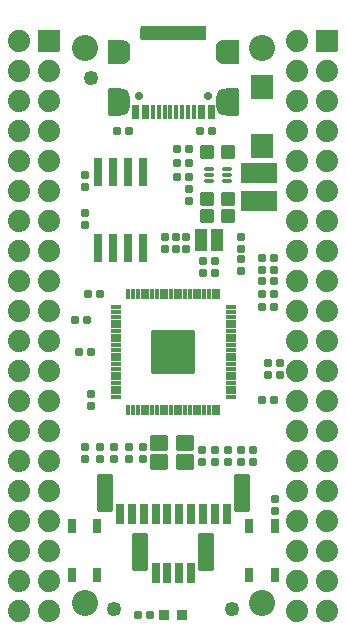
<source format=gbr>
%TF.GenerationSoftware,KiCad,Pcbnew,7.0.11-7.0.11~ubuntu22.04.1*%
%TF.CreationDate,2024-12-17T16:05:18+02:00*%
%TF.ProjectId,RP2350-PICO2-XXL_Rev_A,52503233-3530-42d5-9049-434f322d5858,A*%
%TF.SameCoordinates,PX81b3200PY6e263e0*%
%TF.FileFunction,Soldermask,Top*%
%TF.FilePolarity,Negative*%
%FSLAX46Y46*%
G04 Gerber Fmt 4.6, Leading zero omitted, Abs format (unit mm)*
G04 Created by KiCad (PCBNEW 7.0.11-7.0.11~ubuntu22.04.1) date 2024-12-17 16:05:18*
%MOMM*%
%LPD*%
G01*
G04 APERTURE LIST*
G04 Aperture macros list*
%AMRoundRect*
0 Rectangle with rounded corners*
0 $1 Rounding radius*
0 $2 $3 $4 $5 $6 $7 $8 $9 X,Y pos of 4 corners*
0 Add a 4 corners polygon primitive as box body*
4,1,4,$2,$3,$4,$5,$6,$7,$8,$9,$2,$3,0*
0 Add four circle primitives for the rounded corners*
1,1,$1+$1,$2,$3*
1,1,$1+$1,$4,$5*
1,1,$1+$1,$6,$7*
1,1,$1+$1,$8,$9*
0 Add four rect primitives between the rounded corners*
20,1,$1+$1,$2,$3,$4,$5,0*
20,1,$1+$1,$4,$5,$6,$7,0*
20,1,$1+$1,$6,$7,$8,$9,0*
20,1,$1+$1,$8,$9,$2,$3,0*%
G04 Aperture macros list end*
%ADD10C,1.254000*%
%ADD11RoundRect,0.050800X-0.400000X-0.400000X0.400000X-0.400000X0.400000X0.400000X-0.400000X0.400000X0*%
%ADD12C,2.201600*%
%ADD13RoundRect,0.050800X-0.250000X-0.275000X0.250000X-0.275000X0.250000X0.275000X-0.250000X0.275000X0*%
%ADD14RoundRect,0.050800X0.250000X0.275000X-0.250000X0.275000X-0.250000X-0.275000X0.250000X-0.275000X0*%
%ADD15RoundRect,0.050800X0.275000X-0.250000X0.275000X0.250000X-0.275000X0.250000X-0.275000X-0.250000X0*%
%ADD16RoundRect,0.050800X-0.275000X0.250000X-0.275000X-0.250000X0.275000X-0.250000X0.275000X0.250000X0*%
%ADD17RoundRect,0.050800X0.850000X-1.000000X0.850000X1.000000X-0.850000X1.000000X-0.850000X-1.000000X0*%
%ADD18RoundRect,0.050800X-0.325000X0.525000X-0.325000X-0.525000X0.325000X-0.525000X0.325000X0.525000X0*%
%ADD19RoundRect,0.050800X-0.600000X-1.550000X0.600000X-1.550000X0.600000X1.550000X-0.600000X1.550000X0*%
%ADD20RoundRect,0.050800X-0.300000X-0.775000X0.300000X-0.775000X0.300000X0.775000X-0.300000X0.775000X0*%
%ADD21RoundRect,0.050800X-0.300000X0.525000X-0.300000X-0.525000X0.300000X-0.525000X0.300000X0.525000X0*%
%ADD22C,0.701600*%
%ADD23RoundRect,0.050800X0.550000X1.100000X-0.550000X1.100000X-0.550000X-1.100000X0.550000X-1.100000X0*%
%ADD24O,1.301600X2.301600*%
%ADD25RoundRect,0.050800X0.550000X1.000000X-0.550000X1.000000X-0.550000X-1.000000X0.550000X-1.000000X0*%
%ADD26O,1.401600X2.101600*%
%ADD27RoundRect,0.050800X0.150000X0.575000X-0.150000X0.575000X-0.150000X-0.575000X0.150000X-0.575000X0*%
%ADD28RoundRect,0.050800X0.125000X0.575000X-0.125000X0.575000X-0.125000X-0.575000X0.125000X-0.575000X0*%
%ADD29RoundRect,0.050800X-0.450000X-0.900000X0.450000X-0.900000X0.450000X0.900000X-0.450000X0.900000X0*%
%ADD30RoundRect,0.050800X0.700000X0.600000X-0.700000X0.600000X-0.700000X-0.600000X0.700000X-0.600000X0*%
%ADD31RoundRect,0.050800X0.508000X0.508000X-0.508000X0.508000X-0.508000X-0.508000X0.508000X-0.508000X0*%
%ADD32RoundRect,0.050800X-0.390000X-0.100000X0.390000X-0.100000X0.390000X0.100000X-0.390000X0.100000X0*%
%ADD33RoundRect,0.050800X-0.390000X0.100000X-0.390000X-0.100000X0.390000X-0.100000X0.390000X0.100000X0*%
%ADD34RoundRect,0.050800X-0.100000X-0.390000X0.100000X-0.390000X0.100000X0.390000X-0.100000X0.390000X0*%
%ADD35RoundRect,0.050800X-0.100000X0.390000X-0.100000X-0.390000X0.100000X-0.390000X0.100000X0.390000X0*%
%ADD36RoundRect,0.050800X0.100000X-0.390000X0.100000X0.390000X-0.100000X0.390000X-0.100000X-0.390000X0*%
%ADD37C,1.901600*%
%ADD38RoundRect,0.050800X-1.800000X-1.800000X1.800000X-1.800000X1.800000X1.800000X-1.800000X1.800000X0*%
%ADD39RoundRect,0.050800X-1.500000X0.800000X-1.500000X-0.800000X1.500000X-0.800000X1.500000X0.800000X0*%
%ADD40RoundRect,0.050800X0.350000X0.125000X-0.350000X0.125000X-0.350000X-0.125000X0.350000X-0.125000X0*%
%ADD41RoundRect,0.050800X-0.300000X-1.100000X0.300000X-1.100000X0.300000X1.100000X-0.300000X1.100000X0*%
%ADD42RoundRect,0.050800X-0.889000X0.889000X-0.889000X-0.889000X0.889000X-0.889000X0.889000X0.889000X0*%
%ADD43C,1.879600*%
G04 APERTURE END LIST*
D10*
%TO.C,FID1*%
X9450000Y1500000D03*
%TD*%
D11*
%TO.C,LED1*%
X15262000Y1000000D03*
X13738000Y1000000D03*
%TD*%
D10*
%TO.C,FID3*%
X7500000Y46500000D03*
%TD*%
%TO.C,FID2*%
X19500000Y1500000D03*
%TD*%
D12*
%TO.C,MH1*%
X7000000Y2000000D03*
%TD*%
%TO.C,MH2*%
X22000000Y2000000D03*
%TD*%
D13*
%TO.C,R10*%
X17758000Y42000000D03*
D14*
X16742000Y42000000D03*
%TD*%
D15*
%TO.C,R7*%
X14700000Y33008000D03*
D16*
X14700000Y31992000D03*
%TD*%
D17*
%TO.C,D1*%
X22000000Y40750000D03*
X22000000Y45750000D03*
%TD*%
D15*
%TO.C,R6*%
X15600000Y33008000D03*
D16*
X15600000Y31992000D03*
%TD*%
D15*
%TO.C,R18*%
X8250000Y15258000D03*
D16*
X8250000Y14242000D03*
%TD*%
D15*
%TO.C,R17*%
X7000000Y15258000D03*
D16*
X7000000Y14242000D03*
%TD*%
D18*
%TO.C,RST1*%
X8075000Y8575000D03*
X8075000Y4425000D03*
X5925000Y8575000D03*
X5925000Y4425000D03*
%TD*%
D14*
%TO.C,R5*%
X9742000Y42000000D03*
D13*
X10758000Y42000000D03*
%TD*%
D14*
%TO.C,R12*%
X14792000Y40500000D03*
D13*
X15808000Y40500000D03*
%TD*%
%TO.C,R8*%
X23008000Y28150000D03*
D14*
X21992000Y28150000D03*
%TD*%
%TO.C,R4*%
X21992000Y29250000D03*
D13*
X23008000Y29250000D03*
%TD*%
D19*
%TO.C,pUEXT1*%
X8700000Y11350000D03*
X20300000Y11350000D03*
D20*
X10000000Y9575000D03*
X11000000Y9575000D03*
X12000000Y9575000D03*
X13000000Y9575000D03*
X14000000Y9575000D03*
X15000000Y9575000D03*
X16000000Y9575000D03*
X17000000Y9575000D03*
X18000000Y9575000D03*
X19000000Y9575000D03*
%TD*%
D18*
%TO.C,BOOT1*%
X23075000Y8575000D03*
X23075000Y4425000D03*
D21*
X20925000Y8575000D03*
D18*
X20925000Y4425000D03*
%TD*%
D13*
%TO.C,R15*%
X12508000Y1000000D03*
D14*
X11492000Y1000000D03*
%TD*%
D22*
%TO.C,USB-C1*%
X11610000Y44970000D03*
X17390000Y44970000D03*
D23*
X9572400Y44470000D03*
D24*
X10180000Y44470000D03*
X18820000Y44470000D03*
D23*
X19427600Y44470000D03*
D25*
X9572400Y48650000D03*
D26*
X10180000Y48650000D03*
X18820000Y48650000D03*
D25*
X19427600Y48650000D03*
D27*
X17825000Y43568000D03*
X17025000Y43568000D03*
D28*
X15750000Y43568000D03*
X14750000Y43568000D03*
X14250000Y43568000D03*
X13250000Y43568000D03*
D27*
X11975000Y43568000D03*
X11175000Y43568000D03*
X11425000Y43568000D03*
X12225000Y43568000D03*
D28*
X12750000Y43568000D03*
X13750000Y43568000D03*
X15250000Y43568000D03*
X16250000Y43568000D03*
D27*
X16775000Y43568000D03*
X17575000Y43568000D03*
%TD*%
D13*
%TO.C,C10*%
X8258000Y28200000D03*
D14*
X7242000Y28200000D03*
%TD*%
D15*
%TO.C,C4*%
X7500000Y19708000D03*
D16*
X7500000Y18692000D03*
%TD*%
D13*
%TO.C,R13*%
X15808000Y38100000D03*
D14*
X14792000Y38100000D03*
%TD*%
%TO.C,C17*%
X22492000Y22375000D03*
D13*
X23508000Y22375000D03*
%TD*%
D14*
%TO.C,C9*%
X21992000Y30250000D03*
D13*
X23008000Y30250000D03*
%TD*%
D14*
%TO.C,C14*%
X16992000Y31000000D03*
D13*
X18008000Y31000000D03*
%TD*%
D15*
%TO.C,C16*%
X19100000Y15008000D03*
D16*
X19100000Y13992000D03*
%TD*%
%TO.C,C11*%
X13800000Y31992000D03*
D15*
X13800000Y33008000D03*
%TD*%
D12*
%TO.C,MH3*%
X7000000Y49000000D03*
%TD*%
D15*
%TO.C,R3*%
X20250000Y33008000D03*
D16*
X20250000Y31992000D03*
%TD*%
D13*
%TO.C,C3*%
X7208000Y26000000D03*
D14*
X6192000Y26000000D03*
%TD*%
D13*
%TO.C,C23*%
X15808000Y39250000D03*
D14*
X14792000Y39250000D03*
%TD*%
D29*
%TO.C,L1*%
X16800000Y32750000D03*
X18200000Y32750000D03*
%TD*%
D15*
%TO.C,C18*%
X20250000Y31108000D03*
D16*
X20250000Y30092000D03*
%TD*%
%TO.C,R2*%
X21200000Y13992000D03*
D15*
X21200000Y15008000D03*
%TD*%
D30*
%TO.C,Q1*%
X15500000Y15550000D03*
X13300000Y13950000D03*
X15500000Y13950000D03*
X13300000Y15550000D03*
%TD*%
D12*
%TO.C,MH4*%
X22000000Y49000000D03*
%TD*%
D14*
%TO.C,C8*%
X22492000Y21300000D03*
D13*
X23508000Y21300000D03*
%TD*%
D16*
%TO.C,C21*%
X11900000Y14242000D03*
D15*
X11900000Y15258000D03*
%TD*%
D14*
%TO.C,C19*%
X21992000Y27100000D03*
D13*
X23008000Y27100000D03*
%TD*%
D31*
%TO.C,C22*%
X19125000Y40250000D03*
X17347000Y40250000D03*
%TD*%
D15*
%TO.C,C2*%
X20200000Y15008000D03*
D16*
X20200000Y13992000D03*
%TD*%
D14*
%TO.C,C12*%
X21992000Y31250000D03*
D13*
X23008000Y31250000D03*
%TD*%
D14*
%TO.C,C13*%
X16992000Y30000000D03*
D13*
X18008000Y30000000D03*
%TD*%
D32*
%TO.C,U3*%
X9603500Y27050000D03*
X9603500Y26650000D03*
X9603500Y26250000D03*
X9603500Y25850000D03*
X9603500Y25450000D03*
X9603500Y25050000D03*
X9603500Y24650000D03*
X9603500Y24250000D03*
X9603500Y23850000D03*
X9603500Y23450000D03*
X9603500Y23050000D03*
X9603500Y22650000D03*
X9603500Y22250000D03*
X9603500Y21850000D03*
X9603500Y21450000D03*
D33*
X9603500Y21050000D03*
X9603500Y20650000D03*
X9603500Y20250000D03*
X9603500Y19850000D03*
X9603500Y19450000D03*
D34*
X10700000Y18353500D03*
X11100000Y18353500D03*
X11500000Y18353500D03*
X11900000Y18353500D03*
X12300000Y18353500D03*
X12700000Y18353500D03*
X13100000Y18353500D03*
X13500000Y18353500D03*
X13900000Y18353500D03*
X14300000Y18353500D03*
D35*
X14700000Y18353500D03*
X15100000Y18353500D03*
X15500000Y18353500D03*
X15900000Y18353500D03*
X16300000Y18353500D03*
X16700000Y18353500D03*
X17100000Y18353500D03*
X17500000Y18353500D03*
X17900000Y18353500D03*
X18300000Y18353500D03*
D32*
X19396500Y19450000D03*
X19396500Y19850000D03*
X19396500Y20250000D03*
X19396500Y20650000D03*
X19396500Y21050000D03*
D33*
X19396500Y21450000D03*
X19396500Y21850000D03*
X19396500Y22250000D03*
X19396500Y22650000D03*
X19396500Y23050000D03*
X19396500Y23450000D03*
X19396500Y23850000D03*
X19396500Y24250000D03*
X19396500Y24650000D03*
X19396500Y25050000D03*
X19396500Y25450000D03*
X19396500Y25850000D03*
X19396500Y26250000D03*
X19396500Y26650000D03*
X19396500Y27050000D03*
D36*
X18300000Y28146500D03*
X17900000Y28146500D03*
X17500000Y28146500D03*
X17100000Y28146500D03*
X16700000Y28146500D03*
D34*
X16300000Y28146500D03*
X15900000Y28146500D03*
X15500000Y28146500D03*
X15100000Y28146500D03*
X14700000Y28146500D03*
X14300000Y28146500D03*
X13900000Y28146500D03*
X13500000Y28146500D03*
X13100000Y28146500D03*
X12700000Y28146500D03*
X12300000Y28146500D03*
X11900000Y28146500D03*
X11500000Y28146500D03*
X11100000Y28146500D03*
X10700000Y28146500D03*
D37*
X14500000Y23250000D03*
D38*
X14500000Y23250000D03*
%TD*%
D39*
%TO.C,L2*%
X21750000Y36050000D03*
X21750000Y38450000D03*
%TD*%
D14*
%TO.C,C7*%
X21992000Y19250000D03*
D13*
X23008000Y19250000D03*
%TD*%
D40*
%TO.C,U2*%
X19000000Y37750000D03*
X19000000Y38250000D03*
X19000000Y38750000D03*
X17500000Y38750000D03*
X17500000Y38250000D03*
X17500000Y37750000D03*
%TD*%
D15*
%TO.C,C20*%
X16900000Y15008000D03*
D16*
X16900000Y13992000D03*
%TD*%
D31*
%TO.C,C24*%
X19139000Y36250000D03*
X17361000Y36250000D03*
%TD*%
D15*
%TO.C,R11*%
X23100000Y10808000D03*
D16*
X23100000Y9792000D03*
%TD*%
D15*
%TO.C,R1*%
X7000000Y35008000D03*
D16*
X7000000Y33992000D03*
%TD*%
%TO.C,C1*%
X7000000Y37242000D03*
D15*
X7000000Y38258000D03*
%TD*%
D41*
%TO.C,U1*%
X8085000Y32085000D03*
X9355000Y32085000D03*
X10625000Y32085000D03*
X11895000Y32085000D03*
X11895000Y38555000D03*
X10625000Y38555000D03*
X9355000Y38555000D03*
X8085000Y38555000D03*
%TD*%
D16*
%TO.C,R9*%
X18000000Y13992000D03*
D15*
X18000000Y15008000D03*
%TD*%
D31*
%TO.C,C25*%
X19139000Y34750000D03*
X17361000Y34750000D03*
%TD*%
D15*
%TO.C,R14*%
X15800000Y37108000D03*
D16*
X15800000Y36092000D03*
%TD*%
D19*
%TO.C,QWST1*%
X11700000Y6350000D03*
X17300000Y6350000D03*
D20*
X13000000Y4575000D03*
X14000000Y4575000D03*
X15000000Y4575000D03*
X16000000Y4575000D03*
%TD*%
D13*
%TO.C,C15*%
X7508000Y23250000D03*
D14*
X6492000Y23250000D03*
%TD*%
D15*
%TO.C,C6*%
X10750000Y15258000D03*
D16*
X10750000Y14242000D03*
%TD*%
D15*
%TO.C,C5*%
X9500000Y15258000D03*
D16*
X9500000Y14242000D03*
%TD*%
D42*
%TO.C,EXT1*%
X4000000Y49630000D03*
D43*
X1460000Y49630000D03*
X4000000Y47090000D03*
X1460000Y47090000D03*
X4000000Y44550000D03*
X1460000Y44550000D03*
X4000000Y42010000D03*
X1460000Y42010000D03*
X4000000Y39470000D03*
X1460000Y39470000D03*
X4000000Y36930000D03*
X1460000Y36930000D03*
X4000000Y34390000D03*
X1460000Y34390000D03*
X4000000Y31850000D03*
X1460000Y31850000D03*
X4000000Y29310000D03*
X1460000Y29310000D03*
X4000000Y26770000D03*
X1460000Y26770000D03*
X4000000Y24230000D03*
X1460000Y24230000D03*
X4000000Y21690000D03*
X1460000Y21690000D03*
X4000000Y19150000D03*
X1460000Y19150000D03*
X4000000Y16610000D03*
X1460000Y16610000D03*
X4000000Y14070000D03*
X1460000Y14070000D03*
X4000000Y11530000D03*
X1460000Y11530000D03*
X4000000Y8990000D03*
X1460000Y8990000D03*
X4000000Y6450000D03*
X1460000Y6450000D03*
X4000000Y3910000D03*
X1460000Y3910000D03*
X4000000Y1370000D03*
X1460000Y1370000D03*
%TD*%
D42*
%TO.C,EXT2*%
X27540000Y49630000D03*
D43*
X25000000Y49630000D03*
X27540000Y47090000D03*
X25000000Y47090000D03*
X27540000Y44550000D03*
X25000000Y44550000D03*
X27540000Y42010000D03*
X25000000Y42010000D03*
X27540000Y39470000D03*
X25000000Y39470000D03*
X27540000Y36930000D03*
X25000000Y36930000D03*
X27540000Y34390000D03*
X25000000Y34390000D03*
X27540000Y31850000D03*
X25000000Y31850000D03*
X27540000Y29310000D03*
X25000000Y29310000D03*
X27540000Y26770000D03*
X25000000Y26770000D03*
X27540000Y24230000D03*
X25000000Y24230000D03*
X27540000Y21690000D03*
X25000000Y21690000D03*
X27540000Y19150000D03*
X25000000Y19150000D03*
X27540000Y16610000D03*
X25000000Y16610000D03*
X27540000Y14070000D03*
X25000000Y14070000D03*
X27540000Y11530000D03*
X25000000Y11530000D03*
X27540000Y8990000D03*
X25000000Y8990000D03*
X27540000Y6450000D03*
X25000000Y6450000D03*
X27540000Y3910000D03*
X25000000Y3910000D03*
X27540000Y1370000D03*
X25000000Y1370000D03*
%TD*%
G36*
X17231121Y50836998D02*
G01*
X17277614Y50783342D01*
X17289000Y50731000D01*
X17289000Y49840000D01*
X17268998Y49771879D01*
X17215342Y49725386D01*
X17163000Y49714000D01*
X11827000Y49714000D01*
X11758879Y49734002D01*
X11712386Y49787658D01*
X11701000Y49840000D01*
X11701000Y50731000D01*
X11721002Y50799121D01*
X11774658Y50845614D01*
X11827000Y50857000D01*
X17163000Y50857000D01*
X17231121Y50836998D01*
G37*
M02*

</source>
